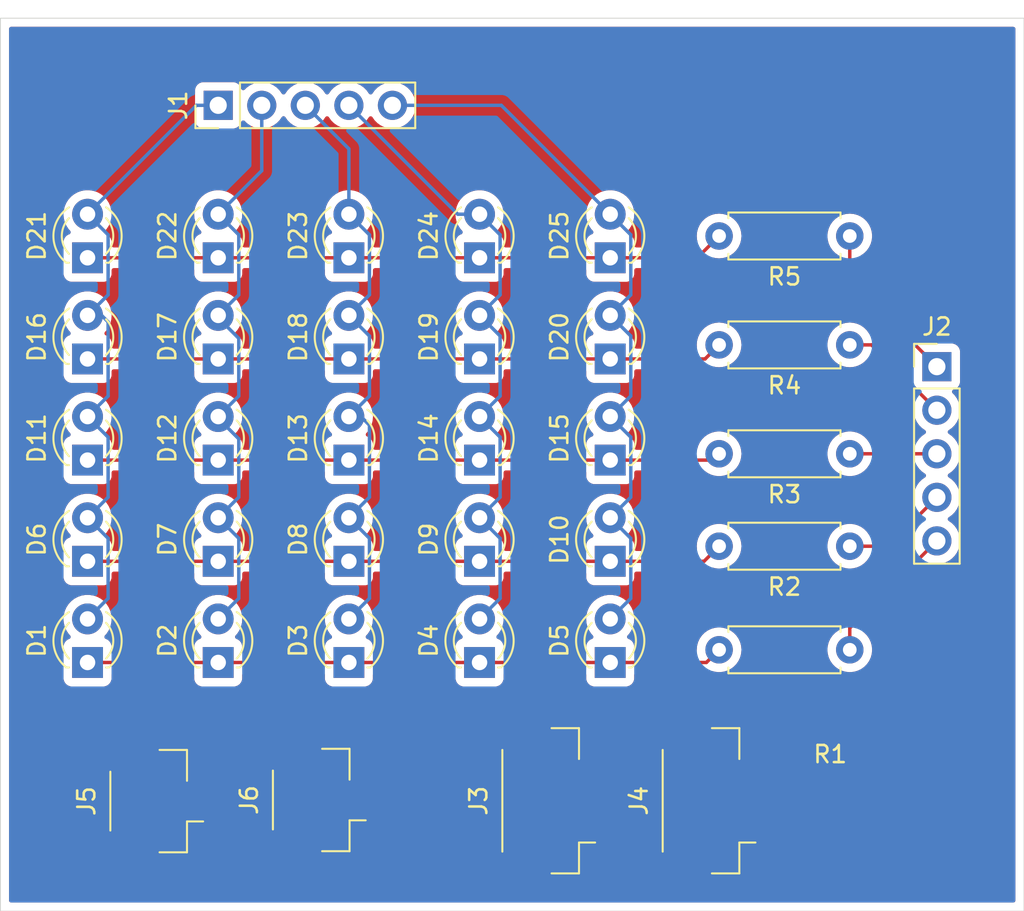
<source format=kicad_pcb>
(kicad_pcb (version 20240108) (generator "pcbnew") (generator_version "8.0")
  (layers (0 "F.Cu" signal) (31 "B.Cu" signal) (34 "B.Paste" user) (35 "F.Paste" user) (36 "B.SilkS" user "B.Silkscreen") (37 "F.SilkS" user "F.Silkscreen") (38 "B.Mask" user) (39 "F.Mask" user) (44 "Edge.Cuts" user))
  (net 0 "")
  (net 1 "Net-(D1-A)")
  (net 2 "Net-(D1-K)")
  (net 3 "Net-(D12-A)")
  (net 4 "Net-(D13-A)")
  (net 5 "Net-(D14-A)")
  (net 6 "Net-(D10-A)")
  (net 7 "Net-(D10-K)")
  (net 8 "Net-(D11-K)")
  (net 9 "Net-(D16-K)")
  (net 10 "Net-(D21-K)")
  (net 11 "Net-(J2-Pin_4)")
  (net 12 "Net-(J2-Pin_2)")
  (net 13 "Net-(J2-Pin_3)")
  (net 14 "Net-(J2-Pin_1)")
  (net 15 "Net-(J2-Pin_5)")
  (net 16 "/RX")
  (net 17 "+3V3")
  (net 18 "GND")
  (net 19 "/Tx")
  (net 20 "/CAN_L")
  (net 21 "/CAN_H")
  (footprint "LED_THT:LED_D3.0mm" (layer "F.Cu") (at 78.74 96.52 90)
    (property "Reference" "D22" (at 1.27 -2.96 90) (layer "F.SilkS"))
    (property "Value" "LED")
    (fp_line (start -0.29 -1.236) (end -0.29 -1.08) (stroke (width 0.12)) (layer "F.SilkS"))
    (fp_line (start -0.29 1.08) (end -0.29 1.236) (stroke (width 0.12)) (layer "F.SilkS"))
    (fp_arc (start -0.29 -1.235516) (mid 1.366487 -1.987659) (end 2.942335 -1.078608) (stroke (width 0.12)) (layer "F.SilkS"))
    (fp_arc (start 0.229039 -1.08) (mid 1.270117 -1.5) (end 2.31113 -1.079837) (stroke (width 0.12)) (layer "F.SilkS"))
    (fp_arc (start 2.942335 1.078608) (mid 1.366487 1.987659) (end -0.29 1.235516) (stroke (width 0.12)) (layer "F.SilkS"))
    (fp_arc (start 2.31113 1.079837) (mid 1.270117 1.5) (end 0.229039 1.08) (stroke (width 0.12)) (layer "F.SilkS"))
    (pad "1" thru_hole rect (at 0 0 90) (size 1.8 1.8) (drill 0.9) (layers "*.Cu" "*.Mask") (net 10 "Net-(D21-K)"))
    (pad "2" thru_hole circle (at 2.54 0 90) (size 1.8 1.8) (drill 0.9) (layers "*.Cu" "*.Mask") (net 3 "Net-(D12-A)"))
  )
  (footprint "Connector_JST:JST_GH_BM04B-GHS-TBT_1x04-1MP_P1.25mm_Vertical" (layer "F.Cu") (at 107.27 128.185 90)
    (property "Reference" "J4" (at 0 -4 90) (layer "F.SilkS"))
    (property "Value" "Conn_01x04")
    (fp_line (start -2.965 -2.61) (end 2.965 -2.61) (stroke (width 0.12)) (layer "F.SilkS"))
    (fp_line (start 4.235 0.26) (end 4.235 1.86) (stroke (width 0.12)) (layer "F.SilkS"))
    (fp_line (start -4.235 0.26) (end -4.235 1.86) (stroke (width 0.12)) (layer "F.SilkS"))
    (fp_line (start 4.235 1.86) (end 2.435 1.86) (stroke (width 0.12)) (layer "F.SilkS"))
    (fp_line (start -2.435 1.86) (end -2.435 2.8) (stroke (width 0.12)) (layer "F.SilkS"))
    (fp_line (start -4.235 1.86) (end -2.435 1.86) (stroke (width 0.12)) (layer "F.SilkS"))
    (pad "1" smd roundrect (at -1.875 1.95 90) (size 0.6 1.7) (layers "F.Cu" "F.Paste" "F.Mask") (net 17 "+3V3"))
    (pad "2" smd roundrect (at -0.625 1.95 90) (size 0.6 1.7) (layers "F.Cu" "F.Paste" "F.Mask") (net 16 "/RX"))
    (pad "3" smd roundrect (at 0.625 1.95 90) (size 0.6 1.7) (layers "F.Cu" "F.Paste" "F.Mask") (net 19 "/Tx"))
    (pad "4" smd roundrect (at 1.875 1.95 90) (size 0.6 1.7) (layers "F.Cu" "F.Paste" "F.Mask") (net 18 "GND"))
    (pad "MP" smd roundrect (at -3.725 -1.4 90) (size 1 2.8) (layers "F.Cu" "F.Paste" "F.Mask"))
    (pad "MP" smd roundrect (at 3.725 -1.4 90) (size 1 2.8) (layers "F.Cu" "F.Paste" "F.Mask"))
  )
  (footprint "LED_THT:LED_D3.0mm" (layer "F.Cu") (at 86.36 120.12 90)
    (property "Reference" "D3" (at 1.27 -2.96 90) (layer "F.SilkS"))
    (property "Value" "LED")
    (fp_line (start -0.29 -1.236) (end -0.29 -1.08) (stroke (width 0.12)) (layer "F.SilkS"))
    (fp_line (start -0.29 1.08) (end -0.29 1.236) (stroke (width 0.12)) (layer "F.SilkS"))
    (fp_arc (start -0.29 -1.235516) (mid 1.366487 -1.987659) (end 2.942335 -1.078608) (stroke (width 0.12)) (layer "F.SilkS"))
    (fp_arc (start 0.229039 -1.08) (mid 1.270117 -1.5) (end 2.31113 -1.079837) (stroke (width 0.12)) (layer "F.SilkS"))
    (fp_arc (start 2.942335 1.078608) (mid 1.366487 1.987659) (end -0.29 1.235516) (stroke (width 0.12)) (layer "F.SilkS"))
    (fp_arc (start 2.31113 1.079837) (mid 1.270117 1.5) (end 0.229039 1.08) (stroke (width 0.12)) (layer "F.SilkS"))
    (pad "1" thru_hole rect (at 0 0 90) (size 1.8 1.8) (drill 0.9) (layers "*.Cu" "*.Mask") (net 2 "Net-(D1-K)"))
    (pad "2" thru_hole circle (at 2.54 0 90) (size 1.8 1.8) (drill 0.9) (layers "*.Cu" "*.Mask") (net 4 "Net-(D13-A)"))
  )
  (footprint "LED_THT:LED_D3.0mm" (layer "F.Cu") (at 93.98 108.32 90)
    (property "Reference" "D14" (at 1.27 -2.96 90) (layer "F.SilkS"))
    (property "Value" "LED")
    (fp_line (start -0.29 -1.236) (end -0.29 -1.08) (stroke (width 0.12)) (layer "F.SilkS"))
    (fp_line (start -0.29 1.08) (end -0.29 1.236) (stroke (width 0.12)) (layer "F.SilkS"))
    (fp_arc (start -0.29 -1.235516) (mid 1.366487 -1.987659) (end 2.942335 -1.078608) (stroke (width 0.12)) (layer "F.SilkS"))
    (fp_arc (start 0.229039 -1.08) (mid 1.270117 -1.5) (end 2.31113 -1.079837) (stroke (width 0.12)) (layer "F.SilkS"))
    (fp_arc (start 2.942335 1.078608) (mid 1.366487 1.987659) (end -0.29 1.235516) (stroke (width 0.12)) (layer "F.SilkS"))
    (fp_arc (start 2.31113 1.079837) (mid 1.270117 1.5) (end 0.229039 1.08) (stroke (width 0.12)) (layer "F.SilkS"))
    (pad "1" thru_hole rect (at 0 0 90) (size 1.8 1.8) (drill 0.9) (layers "*.Cu" "*.Mask") (net 8 "Net-(D11-K)"))
    (pad "2" thru_hole circle (at 2.54 0 90) (size 1.8 1.8) (drill 0.9) (layers "*.Cu" "*.Mask") (net 5 "Net-(D14-A)"))
  )
  (footprint "LED_THT:LED_D3.0mm" (layer "F.Cu") (at 93.98 102.42 90)
    (property "Reference" "D19" (at 1.27 -2.96 90) (layer "F.SilkS"))
    (property "Value" "LED")
    (fp_line (start -0.29 -1.236) (end -0.29 -1.08) (stroke (width 0.12)) (layer "F.SilkS"))
    (fp_line (start -0.29 1.08) (end -0.29 1.236) (stroke (width 0.12)) (layer "F.SilkS"))
    (fp_arc (start -0.29 -1.235516) (mid 1.366487 -1.987659) (end 2.942335 -1.078608) (stroke (width 0.12)) (layer "F.SilkS"))
    (fp_arc (start 0.229039 -1.08) (mid 1.270117 -1.5) (end 2.31113 -1.079837) (stroke (width 0.12)) (layer "F.SilkS"))
    (fp_arc (start 2.942335 1.078608) (mid 1.366487 1.987659) (end -0.29 1.235516) (stroke (width 0.12)) (layer "F.SilkS"))
    (fp_arc (start 2.31113 1.079837) (mid 1.270117 1.5) (end 0.229039 1.08) (stroke (width 0.12)) (layer "F.SilkS"))
    (pad "1" thru_hole rect (at 0 0 90) (size 1.8 1.8) (drill 0.9) (layers "*.Cu" "*.Mask") (net 9 "Net-(D16-K)"))
    (pad "2" thru_hole circle (at 2.54 0 90) (size 1.8 1.8) (drill 0.9) (layers "*.Cu" "*.Mask") (net 5 "Net-(D14-A)"))
  )
  (footprint "LED_THT:LED_D3.0mm" (layer "F.Cu") (at 71.12 114.22 90)
    (property "Reference" "D6" (at 1.27 -2.96 90) (layer "F.SilkS"))
    (property "Value" "LED")
    (fp_line (start -0.29 -1.236) (end -0.29 -1.08) (stroke (width 0.12)) (layer "F.SilkS"))
    (fp_line (start -0.29 1.08) (end -0.29 1.236) (stroke (width 0.12)) (layer "F.SilkS"))
    (fp_arc (start -0.29 -1.235516) (mid 1.366487 -1.987659) (end 2.942335 -1.078608) (stroke (width 0.12)) (layer "F.SilkS"))
    (fp_arc (start 0.229039 -1.08) (mid 1.270117 -1.5) (end 2.31113 -1.079837) (stroke (width 0.12)) (layer "F.SilkS"))
    (fp_arc (start 2.942335 1.078608) (mid 1.366487 1.987659) (end -0.29 1.235516) (stroke (width 0.12)) (layer "F.SilkS"))
    (fp_arc (start 2.31113 1.079837) (mid 1.270117 1.5) (end 0.229039 1.08) (stroke (width 0.12)) (layer "F.SilkS"))
    (pad "1" thru_hole rect (at 0 0 90) (size 1.8 1.8) (drill 0.9) (layers "*.Cu" "*.Mask") (net 7 "Net-(D10-K)"))
    (pad "2" thru_hole circle (at 2.54 0 90) (size 1.8 1.8) (drill 0.9) (layers "*.Cu" "*.Mask") (net 1 "Net-(D1-A)"))
  )
  (footprint "Resistor_THT:R_Axial_DIN0207_L6.3mm_D2.5mm_P7.62mm_Horizontal" (layer "F.Cu") (at 115.57 95.25 180)
    (property "Reference" "R5" (at 3.81 -2.37 360) (layer "F.SilkS"))
    (property "Value" "R_US")
    (fp_line (start 7.08 1.37) (end 7.08 1.04) (stroke (width 0.12)) (layer "F.SilkS"))
    (fp_line (start 7.08 -1.37) (end 7.08 -1.04) (stroke (width 0.12)) (layer "F.SilkS"))
    (fp_line (start 0.54 1.37) (end 7.08 1.37) (stroke (width 0.12)) (layer "F.SilkS"))
    (fp_line (start 0.54 1.04) (end 0.54 1.37) (stroke (width 0.12)) (layer "F.SilkS"))
    (fp_line (start 0.54 -1.04) (end 0.54 -1.37) (stroke (width 0.12)) (layer "F.SilkS"))
    (fp_line (start 0.54 -1.37) (end 7.08 -1.37) (stroke (width 0.12)) (layer "F.SilkS"))
    (pad "1" thru_hole circle (at 0 0 180) (size 1.6 1.6) (drill 0.8) (layers "*.Cu" "*.Mask") (net 14 "Net-(J2-Pin_1)"))
    (pad "2" thru_hole oval (at 7.62 0 180) (size 1.6 1.6) (drill 0.8) (layers "*.Cu" "*.Mask") (net 10 "Net-(D21-K)"))
  )
  (footprint "LED_THT:LED_D3.0mm" (layer "F.Cu") (at 86.36 102.42 90)
    (property "Reference" "D18" (at 1.27 -2.96 90) (layer "F.SilkS"))
    (property "Value" "LED")
    (fp_line (start -0.29 -1.236) (end -0.29 -1.08) (stroke (width 0.12)) (layer "F.SilkS"))
    (fp_line (start -0.29 1.08) (end -0.29 1.236) (stroke (width 0.12)) (layer "F.SilkS"))
    (fp_arc (start -0.29 -1.235516) (mid 1.366487 -1.987659) (end 2.942335 -1.078608) (stroke (width 0.12)) (layer "F.SilkS"))
    (fp_arc (start 0.229039 -1.08) (mid 1.270117 -1.5) (end 2.31113 -1.079837) (stroke (width 0.12)) (layer "F.SilkS"))
    (fp_arc (start 2.942335 1.078608) (mid 1.366487 1.987659) (end -0.29 1.235516) (stroke (width 0.12)) (layer "F.SilkS"))
    (fp_arc (start 2.31113 1.079837) (mid 1.270117 1.5) (end 0.229039 1.08) (stroke (width 0.12)) (layer "F.SilkS"))
    (pad "1" thru_hole rect (at 0 0 90) (size 1.8 1.8) (drill 0.9) (layers "*.Cu" "*.Mask") (net 9 "Net-(D16-K)"))
    (pad "2" thru_hole circle (at 2.54 0 90) (size 1.8 1.8) (drill 0.9) (layers "*.Cu" "*.Mask") (net 4 "Net-(D13-A)"))
  )
  (footprint "LED_THT:LED_D3.0mm" (layer "F.Cu") (at 71.12 120.12 90)
    (property "Reference" "D1" (at 1.27 -2.96 90) (layer "F.SilkS"))
    (property "Value" "LED")
    (fp_line (start -0.29 -1.236) (end -0.29 -1.08) (stroke (width 0.12)) (layer "F.SilkS"))
    (fp_line (start -0.29 1.08) (end -0.29 1.236) (stroke (width 0.12)) (layer "F.SilkS"))
    (fp_arc (start -0.29 -1.235516) (mid 1.366487 -1.987659) (end 2.942335 -1.078608) (stroke (width 0.12)) (layer "F.SilkS"))
    (fp_arc (start 0.229039 -1.08) (mid 1.270117 -1.5) (end 2.31113 -1.079837) (stroke (width 0.12)) (layer "F.SilkS"))
    (fp_arc (start 2.942335 1.078608) (mid 1.366487 1.987659) (end -0.29 1.235516) (stroke (width 0.12)) (layer "F.SilkS"))
    (fp_arc (start 2.31113 1.079837) (mid 1.270117 1.5) (end 0.229039 1.08) (stroke (width 0.12)) (layer "F.SilkS"))
    (pad "1" thru_hole rect (at 0 0 90) (size 1.8 1.8) (drill 0.9) (layers "*.Cu" "*.Mask") (net 2 "Net-(D1-K)"))
    (pad "2" thru_hole circle (at 2.54 0 90) (size 1.8 1.8) (drill 0.9) (layers "*.Cu" "*.Mask") (net 1 "Net-(D1-A)"))
  )
  (footprint "Connector_JST:JST_GH_BM02B-GHS-TBT_1x02-1MP_P1.25mm_Vertical" (layer "F.Cu") (at 75.06 128.205 90)
    (property "Reference" "J5" (at 0 -4 90) (layer "F.SilkS"))
    (property "Value" "Conn_01x02")
    (fp_line (start -1.715 -2.61) (end 1.715 -2.61) (stroke (width 0.12)) (layer "F.SilkS"))
    (fp_line (start 2.985 0.26) (end 2.985 1.86) (stroke (width 0.12)) (layer "F.SilkS"))
    (fp_line (start -2.985 0.26) (end -2.985 1.86) (stroke (width 0.12)) (layer "F.SilkS"))
    (fp_line (start 2.985 1.86) (end 1.185 1.86) (stroke (width 0.12)) (layer "F.SilkS"))
    (fp_line (start -1.185 1.86) (end -1.185 2.8) (stroke (width 0.12)) (layer "F.SilkS"))
    (fp_line (start -2.985 1.86) (end -1.185 1.86) (stroke (width 0.12)) (layer "F.SilkS"))
    (pad "1" smd roundrect (at -0.625 1.95 90) (size 0.6 1.7) (layers "F.Cu" "F.Paste" "F.Mask") (net 21 "/CAN_H"))
    (pad "2" smd roundrect (at 0.625 1.95 90) (size 0.6 1.7) (layers "F.Cu" "F.Paste" "F.Mask") (net 20 "/CAN_L"))
    (pad "MP" smd roundrect (at -2.475 -1.4 90) (size 1 2.8) (layers "F.Cu" "F.Paste" "F.Mask"))
    (pad "MP" smd roundrect (at 2.475 -1.4 90) (size 1 2.8) (layers "F.Cu" "F.Paste" "F.Mask"))
  )
  (footprint "Connector_JST:JST_GH_BM02B-GHS-TBT_1x02-1MP_P1.25mm_Vertical" (layer "F.Cu") (at 84.54 128.14 90)
    (property "Reference" "J6" (at 0 -4 90) (layer "F.SilkS"))
    (property "Value" "Conn_01x02")
    (fp_line (start -1.715 -2.61) (end 1.715 -2.61) (stroke (width 0.12)) (layer "F.SilkS"))
    (fp_line (start 2.985 0.26) (end 2.985 1.86) (stroke (width 0.12)) (layer "F.SilkS"))
    (fp_line (start -2.985 0.26) (end -2.985 1.86) (stroke (width 0.12)) (layer "F.SilkS"))
    (fp_line (start 2.985 1.86) (end 1.185 1.86) (stroke (width 0.12)) (layer "F.SilkS"))
    (fp_line (start -1.185 1.86) (end -1.185 2.8) (stroke (width 0.12)) (layer "F.SilkS"))
    (fp_line (start -2.985 1.86) (end -1.185 1.86) (stroke (width 0.12)) (layer "F.SilkS"))
    (pad "1" smd roundrect (at -0.625 1.95 90) (size 0.6 1.7) (layers "F.Cu" "F.Paste" "F.Mask") (net 21 "/CAN_H"))
    (pad "2" smd roundrect (at 0.625 1.95 90) (size 0.6 1.7) (layers "F.Cu" "F.Paste" "F.Mask") (net 20 "/CAN_L"))
    (pad "MP" smd roundrect (at -2.475 -1.4 90) (size 1 2.8) (layers "F.Cu" "F.Paste" "F.Mask"))
    (pad "MP" smd roundrect (at 2.475 -1.4 90) (size 1 2.8) (layers "F.Cu" "F.Paste" "F.Mask"))
  )
  (footprint "LED_THT:LED_D3.0mm" (layer "F.Cu") (at 71.12 96.52 90)
    (property "Reference" "D21" (at 1.27 -2.96 90) (layer "F.SilkS"))
    (property "Value" "LED")
    (fp_line (start -0.29 -1.236) (end -0.29 -1.08) (stroke (width 0.12)) (layer "F.SilkS"))
    (fp_line (start -0.29 1.08) (end -0.29 1.236) (stroke (width 0.12)) (layer "F.SilkS"))
    (fp_arc (start -0.29 -1.235516) (mid 1.366487 -1.987659) (end 2.942335 -1.078608) (stroke (width 0.12)) (layer "F.SilkS"))
    (fp_arc (start 0.229039 -1.08) (mid 1.270117 -1.5) (end 2.31113 -1.079837) (stroke (width 0.12)) (layer "F.SilkS"))
    (fp_arc (start 2.942335 1.078608) (mid 1.366487 1.987659) (end -0.29 1.235516) (stroke (width 0.12)) (layer "F.SilkS"))
    (fp_arc (start 2.31113 1.079837) (mid 1.270117 1.5) (end 0.229039 1.08) (stroke (width 0.12)) (layer "F.SilkS"))
    (pad "1" thru_hole rect (at 0 0 90) (size 1.8 1.8) (drill 0.9) (layers "*.Cu" "*.Mask") (net 10 "Net-(D21-K)"))
    (pad "2" thru_hole circle (at 2.54 0 90) (size 1.8 1.8) (drill 0.9) (layers "*.Cu" "*.Mask") (net 1 "Net-(D1-A)"))
  )
  (footprint "LED_THT:LED_D3.0mm" (layer "F.Cu") (at 101.6 102.42 90)
    (property "Reference" "D20" (at 1.27 -2.96 90) (layer "F.SilkS"))
    (property "Value" "LED")
    (fp_line (start -0.29 -1.236) (end -0.29 -1.08) (stroke (width 0.12)) (layer "F.SilkS"))
    (fp_line (start -0.29 1.08) (end -0.29 1.236) (stroke (width 0.12)) (layer "F.SilkS"))
    (fp_arc (start -0.29 -1.235516) (mid 1.366487 -1.987659) (end 2.942335 -1.078608) (stroke (width 0.12)) (layer "F.SilkS"))
    (fp_arc (start 0.229039 -1.08) (mid 1.270117 -1.5) (end 2.31113 -1.079837) (stroke (width 0.12)) (layer "F.SilkS"))
    (fp_arc (start 2.942335 1.078608) (mid 1.366487 1.987659) (end -0.29 1.235516) (stroke (width 0.12)) (layer "F.SilkS"))
    (fp_arc (start 2.31113 1.079837) (mid 1.270117 1.5) (end 0.229039 1.08) (stroke (width 0.12)) (layer "F.SilkS"))
    (pad "1" thru_hole rect (at 0 0 90) (size 1.8 1.8) (drill 0.9) (layers "*.Cu" "*.Mask") (net 9 "Net-(D16-K)"))
    (pad "2" thru_hole circle (at 2.54 0 90) (size 1.8 1.8) (drill 0.9) (layers "*.Cu" "*.Mask") (net 6 "Net-(D10-A)"))
  )
  (footprint "LED_THT:LED_D3.0mm" (layer "F.Cu") (at 101.6 120.12 90)
    (property "Reference" "D5" (at 1.27 -2.96 90) (layer "F.SilkS"))
    (property "Value" "LED")
    (fp_line (start -0.29 -1.236) (end -0.29 -1.08) (stroke (width 0.12)) (layer "F.SilkS"))
    (fp_line (start -0.29 1.08) (end -0.29 1.236) (stroke (width 0.12)) (layer "F.SilkS"))
    (fp_arc (start -0.29 -1.235516) (mid 1.366487 -1.987659) (end 2.942335 -1.078608) (stroke (width 0.12)) (layer "F.SilkS"))
    (fp_arc (start 0.229039 -1.08) (mid 1.270117 -1.5) (end 2.31113 -1.079837) (stroke (width 0.12)) (layer "F.SilkS"))
    (fp_arc (start 2.942335 1.078608) (mid 1.366487 1.987659) (end -0.29 1.235516) (stroke (width 0.12)) (layer "F.SilkS"))
    (fp_arc (start 2.31113 1.079837) (mid 1.270117 1.5) (end 0.229039 1.08) (stroke (width 0.12)) (layer "F.SilkS"))
    (pad "1" thru_hole rect (at 0 0 90) (size 1.8 1.8) (drill 0.9) (layers "*.Cu" "*.Mask") (net 2 "Net-(D1-K)"))
    (pad "2" thru_hole circle (at 2.54 0 90) (size 1.8 1.8) (drill 0.9) (layers "*.Cu" "*.Mask") (net 6 "Net-(D10-A)"))
  )
  (footprint "LED_THT:LED_D3.0mm" (layer "F.Cu") (at 93.98 96.52 90)
    (property "Reference" "D24" (at 1.27 -2.96 90) (layer "F.SilkS"))
    (property "Value" "LED")
    (fp_line (start -0.29 -1.236) (end -0.29 -1.08) (stroke (width 0.12)) (layer "F.SilkS"))
    (fp_line (start -0.29 1.08) (end -0.29 1.236) (stroke (width 0.12)) (layer "F.SilkS"))
    (fp_arc (start -0.29 -1.235516) (mid 1.366487 -1.987659) (end 2.942335 -1.078608) (stroke (width 0.12)) (layer "F.SilkS"))
    (fp_arc (start 0.229039 -1.08) (mid 1.270117 -1.5) (end 2.31113 -1.079837) (stroke (width 0.12)) (layer "F.SilkS"))
    (fp_arc (start 2.942335 1.078608) (mid 1.366487 1.987659) (end -0.29 1.235516) (stroke (width 0.12)) (layer "F.SilkS"))
    (fp_arc (start 2.31113 1.079837) (mid 1.270117 1.5) (end 0.229039 1.08) (stroke (width 0.12)) (layer "F.SilkS"))
    (pad "1" thru_hole rect (at 0 0 90) (size 1.8 1.8) (drill 0.9) (layers "*.Cu" "*.Mask") (net 10 "Net-(D21-K)"))
    (pad "2" thru_hole circle (at 2.54 0 90) (size 1.8 1.8) (drill 0.9) (layers "*.Cu" "*.Mask") (net 5 "Net-(D14-A)"))
  )
  (footprint "Connector_PinHeader_2.54mm:PinHeader_1x05_P2.54mm_Vertical" (layer "F.Cu") (at 120.65 102.87)
    (property "Reference" "J2" (at 0 -2.33 360) (layer "F.SilkS"))
    (property "Value" "Conn_01x05")
    (fp_line (start -1.33 -1.33) (end 0 -1.33) (stroke (width 0.12)) (layer "F.SilkS"))
    (fp_line (start -1.33 0) (end -1.33 -1.33) (stroke (width 0.12)) (layer "F.SilkS"))
    (fp_line (start -1.33 1.27) (end -1.33 11.49) (stroke (width 0.12)) (layer "F.SilkS"))
    (fp_line (start -1.33 1.27) (end 1.33 1.27) (stroke (width 0.12)) (layer "F.SilkS"))
    (fp_line (start -1.33 11.49) (end 1.33 11.49) (stroke (width 0.12)) (layer "F.SilkS"))
    (fp_line (start 1.33 1.27) (end 1.33 11.49) (stroke (width 0.12)) (layer "F.SilkS"))
    (pad "1" thru_hole rect (at 0 0) (size 1.7 1.7) (drill 1) (layers "*.Cu" "*.Mask") (net 14 "Net-(J2-Pin_1)"))
    (pad "2" thru_hole oval (at 0 2.54) (size 1.7 1.7) (drill 1) (layers "*.Cu" "*.Mask") (net 12 "Net-(J2-Pin_2)"))
    (pad "3" thru_hole oval (at 0 5.08) (size 1.7 1.7) (drill 1) (layers "*.Cu" "*.Mask") (net 13 "Net-(J2-Pin_3)"))
    (pad "4" thru_hole oval (at 0 7.62) (size 1.7 1.7) (drill 1) (layers "*.Cu" "*.Mask") (net 11 "Net-(J2-Pin_4)"))
    (pad "5" thru_hole oval (at 0 10.16) (size 1.7 1.7) (drill 1) (layers "*.Cu" "*.Mask") (net 15 "Net-(J2-Pin_5)"))
  )
  (footprint "LED_THT:LED_D3.0mm" (layer "F.Cu") (at 86.36 114.22 90)
    (property "Reference" "D8" (at 1.27 -2.96 90) (layer "F.SilkS"))
    (property "Value" "LED")
    (fp_line (start -0.29 -1.236) (end -0.29 -1.08) (stroke (width 0.12)) (layer "F.SilkS"))
    (fp_line (start -0.29 1.08) (end -0.29 1.236) (stroke (width 0.12)) (layer "F.SilkS"))
    (fp_arc (start -0.29 -1.235516) (mid 1.366487 -1.987659) (end 2.942335 -1.078608) (stroke (width 0.12)) (layer "F.SilkS"))
    (fp_arc (start 0.229039 -1.08) (mid 1.270117 -1.5) (end 2.31113 -1.079837) (stroke (width 0.12)) (layer "F.SilkS"))
    (fp_arc (start 2.942335 1.078608) (mid 1.366487 1.987659) (end -0.29 1.235516) (stroke (width 0.12)) (layer "F.SilkS"))
    (fp_arc (start 2.31113 1.079837) (mid 1.270117 1.5) (end 0.229039 1.08) (stroke (width 0.12)) (layer "F.SilkS"))
    (pad "1" thru_hole rect (at 0 0 90) (size 1.8 1.8) (drill 0.9) (layers "*.Cu" "*.Mask") (net 7 "Net-(D10-K)"))
    (pad "2" thru_hole circle (at 2.54 0 90) (size 1.8 1.8) (drill 0.9) (layers "*.Cu" "*.Mask") (net 4 "Net-(D13-A)"))
  )
  (footprint "Resistor_THT:R_Axial_DIN0207_L6.3mm_D2.5mm_P7.62mm_Horizontal" (layer "F.Cu") (at 115.57 107.95 180)
    (property "Reference" "R3" (at 3.81 -2.37 360) (layer "F.SilkS"))
    (property "Value" "R_US")
    (fp_line (start 7.08 1.37) (end 7.08 1.04) (stroke (width 0.12)) (layer "F.SilkS"))
    (fp_line (start 7.08 -1.37) (end 7.08 -1.04) (stroke (width 0.12)) (layer "F.SilkS"))
    (fp_line (start 0.54 1.37) (end 7.08 1.37) (stroke (width 0.12)) (layer "F.SilkS"))
    (fp_line (start 0.54 1.04) (end 0.54 1.37) (stroke (width 0.12)) (layer "F.SilkS"))
    (fp_line (start 0.54 -1.04) (end 0.54 -1.37) (stroke (width 0.12)) (layer "F.SilkS"))
    (fp_line (start 0.54 -1.37) (end 7.08 -1.37) (stroke (width 0.12)) (layer "F.SilkS"))
    (pad "1" thru_hole circle (at 0 0 180) (size 1.6 1.6) (drill 0.8) (layers "*.Cu" "*.Mask") (net 13 "Net-(J2-Pin_3)"))
    (pad "2" thru_hole oval (at 7.62 0 180) (size 1.6 1.6) (drill 0.8) (layers "*.Cu" "*.Mask") (net 8 "Net-(D11-K)"))
  )
  (footprint "LED_THT:LED_D3.0mm" (layer "F.Cu") (at 78.74 114.22 90)
    (property "Reference" "D7" (at 1.27 -2.96 90) (layer "F.SilkS"))
    (property "Value" "LED")
    (fp_line (start -0.29 -1.236) (end -0.29 -1.08) (stroke (width 0.12)) (layer "F.SilkS"))
    (fp_line (start -0.29 1.08) (end -0.29 1.236) (stroke (width 0.12)) (layer "F.SilkS"))
    (fp_arc (start -0.29 -1.235516) (mid 1.366487 -1.987659) (end 2.942335 -1.078608) (stroke (width 0.12)) (layer "F.SilkS"))
    (fp_arc (start 0.229039 -1.08) (mid 1.270117 -1.5) (end 2.31113 -1.079837) (stroke (width 0.12)) (layer "F.SilkS"))
    (fp_arc (start 2.942335 1.078608) (mid 1.366487 1.987659) (end -0.29 1.235516) (stroke (width 0.12)) (layer "F.SilkS"))
    (fp_arc (start 2.31113 1.079837) (mid 1.270117 1.5) (end 0.229039 1.08) (stroke (width 0.12)) (layer "F.SilkS"))
    (pad "1" thru_hole rect (at 0 0 90) (size 1.8 1.8) (drill 0.9) (layers "*.Cu" "*.Mask") (net 7 "Net-(D10-K)"))
    (pad "2" thru_hole circle (at 2.54 0 90) (size 1.8 1.8) (drill 0.9) (layers "*.Cu" "*.Mask") (net 3 "Net-(D12-A)"))
  )
  (footprint "LED_THT:LED_D3.0mm" (layer "F.Cu") (at 86.36 96.52 90)
    (property "Reference" "D23" (at 1.27 -2.96 90) (layer "F.SilkS"))
    (property "Value" "LED")
    (fp_line (start -0.29 -1.236) (end -0.29 -1.08) (stroke (width 0.12)) (layer "F.SilkS"))
    (fp_line (start -0.29 1.08) (end -0.29 1.236) (stroke (width 0.12)) (layer "F.SilkS"))
    (fp_arc (start -0.29 -1.235516) (mid 1.366487 -1.987659) (end 2.942335 -1.078608) (stroke (width 0.12)) (layer "F.SilkS"))
    (fp_arc (start 0.229039 -1.08) (mid 1.270117 -1.5) (end 2.31113 -1.079837) (stroke (width 0.12)) (layer "F.SilkS"))
    (fp_arc (start 2.942335 1.078608) (mid 1.366487 1.987659) (end -0.29 1.235516) (stroke (width 0.12)) (layer "F.SilkS"))
    (fp_arc (start 2.31113 1.079837) (mid 1.270117 1.5) (end 0.229039 1.08) (stroke (width 0.12)) (layer "F.SilkS"))
    (pad "1" thru_hole rect (at 0 0 90) (size 1.8 1.8) (drill 0.9) (layers "*.Cu" "*.Mask") (net 10 "Net-(D21-K)"))
    (pad "2" thru_hole circle (at 2.54 0 90) (size 1.8 1.8) (drill 0.9) (layers "*.Cu" "*.Mask") (net 4 "Net-(D13-A)"))
  )
  (footprint "LED_THT:LED_D3.0mm" (layer "F.Cu") (at 78.74 120.12 90)
    (property "Reference" "D2" (at 1.27 -2.96 90) (layer "F.SilkS"))
    (property "Value" "LED")
    (fp_line (start -0.29 -1.236) (end -0.29 -1.08) (stroke (width 0.12)) (layer "F.SilkS"))
    (fp_line (start -0.29 1.08) (end -0.29 1.236) (stroke (width 0.12)) (layer "F.SilkS"))
    (fp_arc (start -0.29 -1.235516) (mid 1.366487 -1.987659) (end 2.942335 -1.078608) (stroke (width 0.12)) (layer "F.SilkS"))
    (fp_arc (start 0.229039 -1.08) (mid 1.270117 -1.5) (end 2.31113 -1.079837) (stroke (width 0.12)) (layer "F.SilkS"))
    (fp_arc (start 2.942335 1.078608) (mid 1.366487 1.987659) (end -0.29 1.235516) (stroke (width 0.12)) (layer "F.SilkS"))
    (fp_arc (start 2.31113 1.079837) (mid 1.270117 1.5) (end 0.229039 1.08) (stroke (width 0.12)) (layer "F.SilkS"))
    (pad "1" thru_hole rect (at 0 0 90) (size 1.8 1.8) (drill 0.9) (layers "*.Cu" "*.Mask") (net 2 "Net-(D1-K)"))
    (pad "2" thru_hole circle (at 2.54 0 90) (size 1.8 1.8) (drill 0.9) (layers "*.Cu" "*.Mask") (net 3 "Net-(D12-A)"))
  )
  (footprint "Resistor_THT:R_Axial_DIN0207_L6.3mm_D2.5mm_P7.62mm_Horizontal" (layer "F.Cu") (at 115.57 119.38 180)
    (property "Reference" "R1" (at 1.14 -6.095 360) (layer "F.SilkS"))
    (property "Value" "R_US")
    (fp_line (start 7.08 1.37) (end 7.08 1.04) (stroke (width 0.12)) (layer "F.SilkS"))
    (fp_line (start 7.08 -1.37) (end 7.08 -1.04) (stroke (width 0.12)) (layer "F.SilkS"))
    (fp_line (start 0.54 1.37) (end 7.08 1.37) (stroke (width 0.12)) (layer "F.SilkS"))
    (fp_line (start 0.54 1.04) (end 0.54 1.37) (stroke (width 0.12)) (layer "F.SilkS"))
    (fp_line (start 0.54 -1.04) (end 0.54 -1.37) (stroke (width 0.12)) (layer "F.SilkS"))
    (fp_line (start 0.54 -1.37) (end 7.08 -1.37) (stroke (width 0.12)) (layer "F.SilkS"))
    (pad "1" thru_hole circle (at 0 0 180) (size 1.6 1.6) (drill 0.8) (layers "*.Cu" "*.Mask") (net 15 "Net-(J2-Pin_5)"))
    (pad "2" thru_hole oval (at 7.62 0 180) (size 1.6 1.6) (drill 0.8) (layers "*.Cu" "*.Mask") (net 2 "Net-(D1-K)"))
  )
  (footprint "Connector_PinHeader_2.54mm:PinHeader_1x05_P2.54mm_Vertical" (layer "F.Cu") (at 78.74 87.63 90)
    (property "Reference" "J1" (at 0 -2.33 90) (layer "F.SilkS"))
    (property "Value" "Conn_01x05")
    (fp_line (start -1.33 -1.33) (end 0 -1.33) (stroke (width 0.12)) (layer "F.SilkS"))
    (fp_line (start -1.33 0) (end -1.33 -1.33) (stroke (width 0.12)) (layer "F.SilkS"))
    (fp_line (start 1.33 1.27) (end 1.33 11.49) (stroke (width 0.12)) (layer "F.SilkS"))
    (fp_line (start -1.33 1.27) (end 1.33 1.27) (stroke (width 0.12)) (layer "F.SilkS"))
    (fp_line (start -1.33 1.27) (end -1.33 11.49) (stroke (width 0.12)) (layer "F.SilkS"))
    (fp_line (start -1.33 11.49) (end 1.33 11.49) (stroke (width 0.12)) (layer "F.SilkS"))
    (pad "1" thru_hole rect (at 0 0 90) (size 1.7 1.7) (drill 1) (layers "*.Cu" "*.Mask") (net 1 "Net-(D1-A)"))
    (pad "2" thru_hole oval (at 0 2.54 90) (size 1.7 1.7) (drill 1) (layers "*.Cu" "*.Mask") (net 3 "Net-(D12-A)"))
    (pad "3" thru_hole oval (at 0 5.08 90) (size 1.7 1.7) (drill 1) (layers "*.Cu" "*.Mask") (net 4 "Net-(D13-A)"))
    (pad "4" thru_hole oval (at 0 7.62 90) (size 1.7 1.7) (drill 1) (layers "*.Cu" "*.Mask") (net 5 "Net-(D14-A)"))
    (pad "5" thru_hole oval (at 0 10.16 90) (size 1.7 1.7) (drill 1) (layers "*.Cu" "*.Mask") (net 6 "Net-(D10-A)"))
  )
  (footprint "LED_THT:LED_D3.0mm" (layer "F.Cu") (at 93.98 114.22 90)
    (property "Reference" "D9" (at 1.27 -2.96 90) (layer "F.SilkS"))
    (property "Value" "LED")
    (fp_line (start -0.29 -1.236) (end -0.29 -1.08) (stroke (width 0.12)) (layer "F.SilkS"))
    (fp_line (start -0.29 1.08) (end -0.29 1.236) (stroke (width 0.12)) (layer "F.SilkS"))
    (fp_arc (start -0.29 -1.235516) (mid 1.366487 -1.987659) (end 2.942335 -1.078608) (stroke (width 0.12)) (layer "F.SilkS"))
    (fp_arc (start 0.229039 -1.08) (mid 1.270117 -1.5) (end 2.31113 -1.079837) (stroke (width 0.12)) (layer "F.SilkS"))
    (fp_arc (start 2.942335 1.078608) (mid 1.366487 1.987659) (end -0.29 1.235516) (stroke (width 0.12)) (layer "F.SilkS"))
    (fp_arc (start 2.31113 1.079837) (mid 1.270117 1.5) (end 0.229039 1.08) (stroke (width 0.12)) (layer "F.SilkS"))
    (pad "1" thru_hole rect (at 0 0 90) (size 1.8 1.8) (drill 0.9) (layers "*.Cu" "*.Mask") (net 7 "Net-(D10-K)"))
    (pad "2" thru_hole circle (at 2.54 0 90) (size 1.8 1.8) (drill 0.9) (layers "*.Cu" "*.Mask") (net 5 "Net-(D14-A)"))
  )
  (footprint "Resistor_THT:R_Axial_DIN0207_L6.3mm_D2.5mm_P7.62mm_Horizontal" (layer "F.Cu") (at 115.57 113.34 180)
    (property "Reference" "R2" (at 3.81 -2.37 360) (layer "F.SilkS"))
    (property "Value" "R_US")
    (fp_line (start 7.08 1.37) (end 7.08 1.04) (stroke (width 0.12)) (layer "F.SilkS"))
    (fp_line (start 7.08 -1.37) (end 7.08 -1.04) (stroke (width 0.12)) (layer "F.SilkS"))
    (fp_line (start 0.54 1.37) (end 7.08 1.37) (stroke (width 0.12)) (layer "F.SilkS"))
    (fp_line (start 0.54 1.04) (end 0.54 1.37) (stroke (width 0.12)) (layer "F.SilkS"))
    (fp_line (start 0.54 -1.04) (end 0.54 -1.37) (stroke (width 0.12)) (layer "F.SilkS"))
    (fp_line (start 0.54 -1.37) (end 7.08 -1.37) (stroke (width 0.12)) (layer "F.SilkS"))
    (pad "1" thru_hole circle (at 0 0 180) (size 1.6 1.6) (drill 0.8) (layers "*.Cu" "*.Mask") (net 11 "Net-(J2-Pin_4)"))
    (pad "2" thru_hole oval (at 7.62 0 180) (size 1.6 1.6) (drill 0.8) (layers "*.Cu" "*.Mask") (net 7 "Net-(D10-K)"))
  )
  (footprint "LED_THT:LED_D3.0mm" (layer "F.Cu") (at 101.6 96.52 90)
    (property "Reference" "D25" (at 1.27 -2.96 90) (layer "F.SilkS"))
    (property "Value" "LED")
    (fp_line (start -0.29 -1.236) (end -0.29 -1.08) (stroke (width 0.12)) (layer "F.SilkS"))
    (fp_line (start -0.29 1.08) (end -0.29 1.236) (stroke (width 0.12)) (layer "F.SilkS"))
    (fp_arc (start -0.29 -1.235516) (mid 1.366487 -1.987659) (end 2.942335 -1.078608) (stroke (width 0.12)) (layer "F.SilkS"))
    (fp_arc (start 0.229039 -1.08) (mid 1.270117 -1.5) (end 2.31113 -1.079837) (stroke (width 0.12)) (layer "F.SilkS"))
    (fp_arc (start 2.942335 1.078608) (mid 1.366487 1.987659) (end -0.29 1.235516) (stroke (width 0.12)) (layer "F.SilkS"))
    (fp_arc (start 2.31113 1.079837) (mid 1.270117 1.5) (end 0.229039 1.08) (stroke (width 0.12)) (layer "F.SilkS"))
    (pad "1" thru_hole rect (at 0 0 90) (size 1.8 1.8) (drill 0.9) (layers "*.Cu" "*.Mask") (net 10 "Net-(D21-K)"))
    (pad "2" thru_hole circle (at 2.54 0 90) (size 1.8 1.8) (drill 0.9) (layers "*.Cu" "*.Mask") (net 6 "Net-(D10-A)"))
  )
  (footprint "LED_THT:LED_D3.0mm" (layer "F.Cu") (at 86.36 108.32 90)
    (property "Reference" "D13" (at 1.27 -2.96 90) (layer "F.SilkS"))
    (property "Value" "LED")
    (fp_line (start -0.29 -1.236) (end -0.29 -1.08) (stroke (width 0.12)) (layer "F.SilkS"))
    (fp_line (start -0.29 1.08) (end -0.29 1.236) (stroke (width 0.12)) (layer "F.SilkS"))
    (fp_arc (start -0.29 -1.235516) (mid 1.366487 -1.987659) (end 2.942335 -1.078608) (stroke (width 0.12)) (layer "F.SilkS"))
    (fp_arc (start 0.229039 -1.08) (mid 1.270117 -1.5) (end 2.31113 -1.079837) (stroke (width 0.12)) (layer "F.SilkS"))
    (fp_arc (start 2.942335 1.078608) (mid 1.366487 1.987659) (end -0.29 1.235516) (stroke (width 0.12)) (layer "F.SilkS"))
    (fp_arc (start 2.31113 1.079837) (mid 1.270117 1.5) (end 0.229039 1.08) (stroke (width 0.12)) (layer "F.SilkS"))
    (pad "1" thru_hole rect (at 0 0 90) (size 1.8 1.8) (drill 0.9) (layers "*.Cu" "*.Mask") (net 8 "Net-(D11-K)"))
    (pad "2" thru_hole circle (at 2.54 0 90) (size 1.8 1.8) (drill 0.9) (layers "*.Cu" "*.Mask") (net 4 "Net-(D13-A)"))
  )
  (footprint "LED_THT:LED_D3.0mm" (layer "F.Cu") (at 78.74 108.32 90)
    (property "Reference" "D12" (at 1.27 -2.96 90) (layer "F.SilkS"))
    (property "Value" "LED")
    (fp_line (start -0.29 -1.236) (end -0.29 -1.08) (stroke (width 0.12)) (layer "F.SilkS"))
    (fp_line (start -0.29 1.08) (end -0.29 1.236) (stroke (width 0.12)) (layer "F.SilkS"))
    (fp_arc (start -0.29 -1.235516) (mid 1.366487 -1.987659) (end 2.942335 -1.078608) (stroke (width 0.12)) (layer "F.SilkS"))
    (fp_arc (start 0.229039 -1.08) (mid 1.270117 -1.5) (end 2.31113 -1.079837) (stroke (width 0.12)) (layer "F.SilkS"))
    (fp_arc (start 2.942335 1.078608) (mid 1.366487 1.987659) (end -0.29 1.235516) (stroke (width 0.12)) (layer "F.SilkS"))
    (fp_arc (start 2.31113 1.079837) (mid 1.270117 1.5) (end 0.229039 1.08) (stroke (width 0.12)) (layer "F.SilkS"))
    (pad "1" thru_hole rect (at 0 0 90) (size 1.8 1.8) (drill 0.9) (layers "*.Cu" "*.Mask") (net 8 "Net-(D11-K)"))
    (pad "2" thru_hole circle (at 2.54 0 90) (size 1.8 1.8) (drill 0.9) (layers "*.Cu" "*.Mask") (net 3 "Net-(D12-A)"))
  )
  (footprint "LED_THT:LED_D3.0mm" (layer "F.Cu") (at 78.74 102.42 90)
    (property "Reference" "D17" (at 1.27 -2.96 90) (layer "F.SilkS"))
    (property "Value" "LED")
    (fp_line (start -0.29 -1.236) (end -0.29 -1.08) (stroke (width 0.12)) (layer "F.SilkS"))
    (fp_line (start -0.29 1.08) (end -0.29 1.236) (stroke (width 0.12)) (layer "F.SilkS"))
    (fp_arc (start -0.29 -1.235516) (mid 1.366487 -1.987659) (end 2.942335 -1.078608) (stroke (width 0.12)) (layer "F.SilkS"))
    (fp_arc (start 0.229039 -1.08) (mid 1.270117 -1.5) (end 2.31113 -1.079837) (stroke (width 0.12)) (layer "F.SilkS"))
    (fp_arc (start 2.942335 1.078608) (mid 1.366487 1.987659) (end -0.29 1.235516) (stroke (width 0.12)) (layer "F.SilkS"))
    (fp_arc (start 2.31113 1.079837) (mid 1.270117 1.5) (end 0.229039 1.08) (stroke (width 0.12)) (layer "F.SilkS"))
    (pad "1" thru_hole rect (at 0 0 90) (size 1.8 1.8) (drill 0.9) (layers "*.Cu" "*.Mask") (net 9 "Net-(D16-K)"))
    (pad "2" thru_hole circle (at 2.54 0 90) (size 1.8 1.8) (drill 0.9) (layers "*.Cu" "*.Mask") (net 3 "Net-(D12-A)"))
  )
  (footprint "LED_THT:LED_D3.0mm" (layer "F.Cu") (at 71.12 102.42 90)
    (property "Reference" "D16" (at 1.27 -2.96 90) (layer "F.SilkS"))
    (property "Value" "LED")
    (fp_line (start -0.29 -1.236) (end -0.29 -1.08) (stroke (width 0.12)) (layer "F.SilkS"))
    (fp_line (start -0.29 1.08) (end -0.29 1.236) (stroke (width 0.12)) (layer "F.SilkS"))
    (fp_arc (start -0.29 -1.235516) (mid 1.366487 -1.987659) (end 2.942335 -1.078608) (stroke (width 0.12)) (layer "F.SilkS"))
    (fp_arc (start 0.229039 -1.08) (mid 1.270117 -1.5) (end 2.31113 -1.079837) (stroke (width 0.12)) (layer "F.SilkS"))
    (fp_arc (start 2.942335 1.078608) (mid 1.366487 1.987659) (end -0.29 1.235516) (stroke (width 0.12)) (layer "F.SilkS"))
    (fp_arc (start 2.31113 1.079837) (mid 1.270117 1.5) (end 0.229039 1.08) (stroke (width 0.12)) (layer "F.SilkS"))
    (pad "1" thru_hole rect (at 0 0 90) (size 1.8 1.8) (drill 0.9) (layers "*.Cu" "*.Mask") (net 9 "Net-(D16-K)"))
    (pad "2" thru_hole circle (at 2.54 0 90) (size 1.8 1.8) (drill 0.9) (layers "*.Cu" "*.Mask") (net 1 "Net-(D1-A)"))
  )
  (footprint "Resistor_THT:R_Axial_DIN0207_L6.3mm_D2.5mm_P7.62mm_Horizontal" (layer "F.Cu") (at 115.57 101.6 180)
    (property "Reference" "R4" (at 3.81 -2.37 360) (layer "F.SilkS"))
    (property "Value" "R_US")
    (fp_line (start 7.08 1.37) (end 7.08 1.04) (stroke (width 0.12)) (layer "F.SilkS"))
    (fp_line (start 7.08 -1.37) (end 7.08 -1.04) (stroke (width 0.12)) (layer "F.SilkS"))
    (fp_line (start 0.54 1.37) (end 7.08 1.37) (stroke (width 0.12)) (layer "F.SilkS"))
    (fp_line (start 0.54 1.04) (end 0.54 1.37) (stroke (width 0.12)) (layer "F.SilkS"))
    (fp_line (start 0.54 -1.04) (end 0.54 -1.37) (stroke (width 0.12)) (layer "F.SilkS"))
    (fp_line (start 0.54 -1.37) (end 7.08 -1.37) (stroke (width 0.12)) (layer "F.SilkS"))
    (pad "1" thru_hole circle (at 0 0 180) (size 1.6 1.6) (drill 0.8) (layers "*.Cu" "*.Mask") (net 12 "Net-(J2-Pin_2)"))
    (pad "2" thru_hole oval (at 7.62 0 180) (size 1.6 1.6) (drill 0.8) (layers "*.Cu" "*.Mask") (net 9 "Net-(D16-K)"))
  )
  (footprint "LED_THT:LED_D3.0mm" (layer "F.Cu") (at 93.98 120.12 90)
    (property "Reference" "D4" (at 1.27 -2.96 90) (layer "F.SilkS"))
    (property "Value" "LED")
    (fp_line (start -0.29 -1.236) (end -0.29 -1.08) (stroke (width 0.12)) (layer "F.SilkS"))
    (fp_line (start -0.29 1.08) (end -0.29 1.236) (stroke (width 0.12)) (layer "F.SilkS"))
    (fp_arc (start -0.29 -1.235516) (mid 1.366487 -1.987659) (end 2.942335 -1.078608) (stroke (width 0.12)) (layer "F.SilkS"))
    (fp_arc (start 0.229039 -1.08) (mid 1.270117 -1.5) (end 2.31113 -1.079837) (stroke (width 0.12)) (layer "F.SilkS"))
    (fp_arc (start 2.942335 1.078608) (mid 1.366487 1.987659) (end -0.29 1.235516) (stroke (width 0.12)) (layer "F.SilkS"))
    (fp_arc (start 2.31113 1.079837) (mid 1.270117 1.5) (end 0.229039 1.08) (stroke (width 0.12)) (layer "F.SilkS"))
    (pad "1" thru_hole rect (at 0 0 90) (size 1.8 1.8) (drill 0.9) (layers "*.Cu" "*.Mask") (net 2 "Net-(D1-K)"))
    (pad "2" thru_hole circle (at 2.54 0 90) (size 1.8 1.8) (drill 0.9) (layers "*.Cu" "*.Mask") (net 5 "Net-(D14-A)"))
  )
  (footprint "Connector_JST:JST_GH_BM04B-GHS-TBT_1x04-1MP_P1.25mm_Vertical" (layer "F.Cu") (at 97.92 128.185 90)
    (property "Reference" "J3" (at 0 -4 90) (layer "F.SilkS"))
    (property "Value" "Conn_01x04")
    (fp_line (start -2.965 -2.61) (end 2.965 -2.61) (stroke (width 0.12)) (layer "F.SilkS"))
    (fp_line (start 4.235 0.26) (end 4.235 1.86) (stroke (width 0.12)) (layer "F.SilkS"))
    (fp_line (start -4.235 0.26) (end -4.235 1.86) (stroke (width 0.12)) (layer "F.SilkS"))
    (fp_line (start 4.235 1.86) (end 2.435 1.86) (stroke (width 0.12)) (layer "F.SilkS"))
    (fp_line (start -2.435 1.86) (end -2.435 2.8) (stroke (width 0.12)) (layer "F.SilkS"))
    (fp_line (start -4.235 1.86) (end -2.435 1.86) (stroke (width 0.12)) (layer "F.SilkS"))
    (pad "1" smd roundrect (at -1.875 1.95 90) (size 0.6 1.7) (layers "F.Cu" "F.Paste" "F.Mask") (net 17 "+3V3"))
    (pad "2" smd roundrect (at -0.625 1.95 90) (size 0.6 1.7) (layers "F.Cu" "F.Paste" "F.Mask") (net 19 "/Tx"))
    (pad "3" smd roundrect (at 0.625 1.95 90) (size 0.6 1.7) (layers "F.Cu" "F.Paste" "F.Mask") (net 16 "/RX"))
    (pad "4" smd roundrect (at 1.875 1.95 90) (size 0.6 1.7) (layers "F.Cu" "F.Paste" "F.Mask") (net 18 "GND"))
    (pad "MP" smd roundrect (at -3.725 -1.4 90) (size 1 2.8) (layers "F.Cu" "F.Paste" "F.Mask"))
    (pad "MP" smd roundrect (at 3.725 -1.4 90) (size 1 2.8) (layers "F.Cu" "F.Paste" "F.Mask"))
  )
  (footprint "LED_THT:LED_D3.0mm" (layer "F.Cu") (at 101.6 108.32 90)
    (property "Reference" "D15" (at 1.27 -2.96 90) (layer "F.SilkS"))
    (property "Value" "LED")
    (fp_line (start -0.29 -1.236) (end -0.29 -1.08) (stroke (width 0.12)) (layer "F.SilkS"))
    (fp_line (start -0.29 1.08) (end -0.29 1.236) (stroke (width 0.12)) (layer "F.SilkS"))
    (fp_arc (start -0.29 -1.235516) (mid 1.366487 -1.987659) (end 2.942335 -1.078608) (stroke (width 0.12)) (layer "F.SilkS"))
    (fp_arc (start 0.229039 -1.08) (mid 1.270117 -1.5) (end 2.31113 -1.079837) (stroke (width 0.12)) (layer "F.SilkS"))
    (fp_arc (start 2.942335 1.078608) (mid 1.366487 1.987659) (end -0.29 1.235516) (stroke (width 0.12)) (layer "F.SilkS"))
    (fp_arc (start 2.31113 1.079837) (mid 1.270117 1.5) (end 0.229039 1.08) (stroke (width 0.12)) (layer "F.SilkS"))
    (pad "1" thru_hole rect (at 0 0 90) (size 1.8 1.8) (drill 0.9) (layers "*.Cu" "*.Mask") (net 8 "Net-(D11-K)"))
    (pad "2" thru_hole circle (at 2.54 0 90) (size 1.8 1.8) (drill 0.9) (layers "*.Cu" "*.Mask") (net 6 "Net-(D10-A)"))
  )
  (footprint "LED_THT:LED_D3.0mm" (layer "F.Cu") (at 101.6 114.22 90)
    (property "Reference" "D10" (at 1.27 -2.96 90) (layer "F.SilkS"))
    (property "Value" "LED")
    (fp_line (start -0.29 -1.236) (end -0.29 -1.08) (stroke (width 0.12)) (layer "F.SilkS"))
    (fp_line (start -0.29 1.08) (end -0.29 1.236) (stroke (width 0.12)) (layer "F.SilkS"))
    (fp_arc (start -0.29 -1.235516) (mid 1.366487 -1.987659) (end 2.942335 -1.078608) (stroke (width 0.12)) (layer "F.SilkS"))
    (fp_arc (start 0.229039 -1.08) (mid 1.270117 -1.5) (end 2.31113 -1.079837) (stroke (width 0.12)) (layer "F.SilkS"))
    (fp_arc (start 2.942335 1.078608) (mid 1.366487 1.987659) (end -0.29 1.235516) (stroke (width 0.12)) (layer "F.SilkS"))
    (fp_arc (start 2.31113 1.079837) (mid 1.270117 1.5) (end 0.229039 1.08) (stroke (width 0.12)) (layer "F.SilkS"))
    (pad "1" thru_hole rect (at 0 0 90) (size 1.8 1.8) (drill 0.9) (layers "*.Cu" "*.Mask") (net 7 "Net-(D10-K)"))
    (pad "2" thru_hole circle (at 2.54 0 90) (size 1.8 1.8) (drill 0.9) (layers "*.Cu" "*.Mask") (net 6 "Net-(D10-A)"))
  )
  (footprint "LED_THT:LED_D3.0mm" (layer "F.Cu") (at 71.12 108.32 90)
    (property "Reference" "D11" (at 1.27 -2.96 90) (layer "F.SilkS"))
    (property "Value" "LED")
    (fp_line (start -0.29 -1.236) (end -0.29 -1.08) (stroke (width 0.12)) (layer "F.SilkS"))
    (fp_line (start -0.29 1.08) (end -0.29 1.236) (stroke (width 0.12)) (layer "F.SilkS"))
    (fp_arc (start -0.29 -1.235516) (mid 1.366487 -1.987659) (end 2.942335 -1.078608) (stroke (width 0.12)) (layer "F.SilkS"))
    (fp_arc (start 0.229039 -1.08) (mid 1.270117 -1.5) (end 2.31113 -1.079837) (stroke (width 0.12)) (layer "F.SilkS"))
    (fp_arc (start 2.942335 1.078608) (mid 1.366487 1.987659) (end -0.29 1.235516) (stroke (width 0.12)) (layer "F.SilkS"))
    (fp_arc (start 2.31113 1.079837) (mid 1.270117 1.5) (end 0.229039 1.08) (stroke (width 0.12)) (layer "F.SilkS"))
    (pad "1" thru_hole rect (at 0 0 90) (size 1.8 1.8) (drill 0.9) (layers "*.Cu" "*.Mask") (net 8 "Net-(D11-K)"))
    (pad "2" thru_hole circle (at 2.54 0 90) (size 1.8 1.8) (drill 0.9) (layers "*.Cu" "*.Mask") (net 1 "Net-(D1-A)"))
  )
  (gr_rect (start 66.04 82.55) (end 125.73 134.62) (stroke (width 0.05)) (fill none) (layer "Edge.Cuts"))
  (segment (start 71.12 93.98) (end 72.32 95.18) (width 0.2) (layer "B.Cu") (net 1))
  (segment (start 72.32 116.38) (end 71.12 117.58) (width 0.2) (layer "B.Cu") (net 1))
  (segment (start 72.32 95.18) (end 72.32 98.68) (width 0.2) (layer "B.Cu") (net 1))
  (segment (start 72.32 112.88) (end 72.32 116.38) (width 0.2) (layer "B.Cu") (net 1))
  (segment (start 71.94 99.88) (end 72.32 100.26) (width 0.2) (layer "B.Cu") (net 1))
  (segment (start 71.12 93.98) (end 77.47 87.63) (width 0.2) (layer "B.Cu") (net 1))
  (segment (start 71.12 111.68) (end 72.32 112.88) (width 0.2) (layer "B.Cu") (net 1))
  (segment (start 71.12 99.88) (end 71.94 99.88) (width 0.2) (layer "B.Cu") (net 1))
  (segment (start 72.32 106.98) (end 72.32 110.48) (width 0.2) (layer "B.Cu") (net 1))
  (segment (start 71.12 105.78) (end 72.32 106.98) (width 0.2) (layer "B.Cu") (net 1))
  (segment (start 72.32 104.58) (end 71.12 105.78) (width 0.2) (layer "B.Cu") (net 1))
  (segment (start 72.32 110.48) (end 71.12 111.68) (width 0.2) (layer "B.Cu") (net 1))
  (segment (start 78.74 87.63) (end 77.47 87.63) (width 0.2) (layer "B.Cu") (net 1))
  (segment (start 72.32 100.26) (end 72.32 104.58) (width 0.2) (layer "B.Cu") (net 1))
  (segment (start 72.32 98.68) (end 71.12 99.88) (width 0.2) (layer "B.Cu") (net 1))
  (segment (start 78.74 120.12) (end 71.12 120.12) (width 0.2) (layer "F.Cu") (net 2))
  (segment (start 93.98 120.12) (end 86.36 120.12) (width 0.2) (layer "F.Cu") (net 2))
  (segment (start 86.36 120.12) (end 78.74 120.12) (width 0.2) (layer "F.Cu") (net 2))
  (segment (start 101.6 120.12) (end 93.98 120.12) (width 0.2) (layer "F.Cu") (net 2))
  (segment (start 107.95 119.38) (end 107.21 120.12) (width 0.2) (layer "F.Cu") (net 2))
  (segment (start 107.21 120.12) (end 101.6 120.12) (width 0.2) (layer "F.Cu") (net 2))
  (segment (start 79.94 98.68) (end 78.74 99.88) (width 0.2) (layer "B.Cu") (net 3))
  (segment (start 79.94 110.48) (end 78.74 111.68) (width 0.2) (layer "B.Cu") (net 3))
  (segment (start 79.94 112.88) (end 79.94 116.38) (width 0.2) (layer "B.Cu") (net 3))
  (segment (start 78.74 100.02) (end 79.94 101.22) (width 0.2) (layer "B.Cu") (net 3))
  (segment (start 79.94 101.22) (end 79.94 104.58) (width 0.2) (layer "B.Cu") (net 3))
  (segment (start 79.94 104.58) (end 78.74 105.78) (width 0.2) (layer "B.Cu") (net 3))
  (segment (start 78.74 93.98) (end 79.94 95.18) (width 0.2) (layer "B.Cu") (net 3))
  (segment (start 79.94 116.38) (end 78.74 117.58) (width 0.2) (layer "B.Cu") (net 3))
  (segment (start 81.28 87.63) (end 81.28 91.44) (width 0.2) (layer "B.Cu") (net 3))
  (segment (start 78.74 105.78) (end 78.74 105.88) (width 0.2) (layer "B.Cu") (net 3))
  (segment (start 78.74 99.88) (end 78.74 100.02) (width 0.2) (layer "B.Cu") (net 3))
  (segment (start 78.74 105.88) (end 79.94 107.08) (width 0.2) (layer "B.Cu") (net 3))
  (segment (start 79.94 107.08) (end 79.94 110.48) (width 0.2) (layer "B.Cu") (net 3))
  (segment (start 78.74 111.68) (end 79.94 112.88) (width 0.2) (layer "B.Cu") (net 3))
  (segment (start 81.28 91.44) (end 78.74 93.98) (width 0.2) (layer "B.Cu") (net 3))
  (segment (start 79.94 95.18) (end 79.94 98.68) (width 0.2) (layer "B.Cu") (net 3))
  (segment (start 87.06 105.78) (end 87.56 106.28) (width 0.2) (layer "B.Cu") (net 4))
  (segment (start 87.56 95.18) (end 87.56 98.68) (width 0.2) (layer "B.Cu") (net 4))
  (segment (start 87.56 112.88) (end 87.56 116.38) (width 0.2) (layer "B.Cu") (net 4))
  (segment (start 87.56 101.08) (end 87.56 104.58) (width 0.2) (layer "B.Cu") (net 4))
  (segment (start 87.56 98.68) (end 86.36 99.88) (width 0.2) (layer "B.Cu") (net 4))
  (segment (start 87.56 110.48) (end 86.36 111.68) (width 0.2) (layer "B.Cu") (net 4))
  (segment (start 87.56 106.28) (end 87.56 110.48) (width 0.2) (layer "B.Cu") (net 4))
  (segment (start 86.36 99.88) (end 87.56 101.08) (width 0.2) (layer "B.Cu") (net 4))
  (segment (start 86.36 93.98) (end 86.36 90.17) (width 0.2) (layer "B.Cu") (net 4))
  (segment (start 86.36 93.98) (end 87.56 95.18) (width 0.2) (layer "B.Cu") (net 4))
  (segment (start 86.36 105.78) (end 87.06 105.78) (width 0.2) (layer "B.Cu") (net 4))
  (segment (start 86.36 90.17) (end 83.82 87.63) (width 0.2) (layer "B.Cu") (net 4))
  (segment (start 87.56 116.38) (end 86.36 117.58) (width 0.2) (layer "B.Cu") (net 4))
  (segment (start 87.56 104.58) (end 86.36 105.78) (width 0.2) (layer "B.Cu") (net 4))
  (segment (start 83.49 87.96) (end 83.82 87.63) (width 0.2) (layer "B.Cu") (net 4))
  (segment (start 86.36 111.68) (end 87.56 112.88) (width 0.2) (layer "B.Cu") (net 4))
  (segment (start 92.71 93.98) (end 86.36 87.63) (width 0.2) (layer "B.Cu") (net 5))
  (segment (start 95.18 104.58) (end 93.98 105.78) (width 0.2) (layer "B.Cu") (net 5))
  (segment (start 93.98 93.98) (end 95.18 95.18) (width 0.2) (layer "B.Cu") (net 5))
  (segment (start 95.18 101.08) (end 95.18 104.58) (width 0.2) (layer "B.Cu") (net 5))
  (segment (start 93.98 105.78) (end 95.18 106.98) (width 0.2) (layer "B.Cu") (net 5))
  (segment (start 95.18 106.98) (end 95.18 110.48) (width 0.2) (layer "B.Cu") (net 5))
  (segment (start 93.98 111.68) (end 95.18 112.88) (width 0.2) (layer "B.Cu") (net 5))
  (segment (start 95.18 95.18) (end 95.18 98.68) (width 0.2) (layer "B.Cu") (net 5))
  (segment (start 95.18 112.88) (end 95.18 116.38) (width 0.2) (layer "B.Cu") (net 5))
  (segment (start 95.18 110.48) (end 93.98 111.68) (width 0.2) (layer "B.Cu") (net 5))
  (segment (start 95.18 98.68) (end 93.98 99.88) (width 0.2) (layer "B.Cu") (net 5))
  (segment (start 95.18 116.38) (end 93.98 117.58) (width 0.2) (layer "B.Cu") (net 5))
  (segment (start 93.98 93.98) (end 92.71 93.98) (width 0.2) (layer "B.Cu") (net 5))
  (segment (start 93.98 99.88) (end 95.18 101.08) (width 0.2) (layer "B.Cu") (net 5))
  (segment (start 88.9 88.29) (end 88.9 87.63) (width 0.2) (layer "F.Cu") (net 6))
  (segment (start 101.6 111.68) (end 102.8 112.88) (width 0.2) (layer "B.Cu") (net 6))
  (segment (start 102.8 101.08) (end 102.8 104.58) (width 0.2) (layer "B.Cu") (net 6))
  (segment (start 102.8 116.38) (end 101.6 117.58) (width 0.2) (layer "B.Cu") (net 6))
  (segment (start 102.8 95.18) (end 102.8 98.68) (width 0.2) (layer "B.Cu") (net 6))
  (segment (start 101.6 93.98) (end 95.25 87.63) (width 0.2) (layer "B.Cu") (net 6))
  (segment (start 102.8 112.88) (end 102.8 116.38) (width 0.2) (layer "B.Cu") (net 6))
  (segment (start 101.6 105.78) (end 102.8 106.98) (width 0.2) (layer "B.Cu") (net 6))
  (segment (start 102.8 110.48) (end 101.6 111.68) (width 0.2) (layer "B.Cu") (net 6))
  (segment (start 102.8 106.98) (end 102.8 110.48) (width 0.2) (layer "B.Cu") (net 6))
  (segment (start 101.6 93.32) (end 101.6 93.98) (width 0.2) (layer "B.Cu") (net 6))
  (segment (start 101.6 99.88) (end 102.8 101.08) (width 0.2) (layer "B.Cu") (net 6))
  (segment (start 101.6 93.98) (end 102.8 95.18) (width 0.2) (layer "B.Cu") (net 6))
  (segment (start 95.25 87.63) (end 88.9 87.63) (width 0.2) (layer "B.Cu") (net 6))
  (segment (start 102.8 104.58) (end 101.6 105.78) (width 0.2) (layer "B.Cu") (net 6))
  (segment (start 102.8 98.68) (end 101.6 99.88) (width 0.2) (layer "B.Cu") (net 6))
  (segment (start 93.98 114.22) (end 86.36 114.22) (width 0.2) (layer "F.Cu") (net 7))
  (segment (start 101.6 114.22) (end 93.98 114.22) (width 0.2) (layer "F.Cu") (net 7))
  (segment (start 107.07 114.22) (end 107.95 113.34) (width 0.2) (layer "F.Cu") (net 7))
  (segment (start 101.6 114.22) (end 107.07 114.22) (width 0.2) (layer "F.Cu") (net 7))
  (segment (start 86.36 114.22) (end 78.74 114.22) (width 0.2) (layer "F.Cu") (net 7))
  (segment (start 78.74 114.22) (end 71.12 114.22) (width 0.2) (layer "F.Cu") (net 7))
  (segment (start 107.58 108.32) (end 101.6 108.32) (width 0.2) (layer "F.Cu") (net 8))
  (segment (start 101.6 108.32) (end 86.36 108.32) (width 0.2) (layer "F.Cu") (net 8))
  (segment (start 78.74 108.32) (end 71.12 108.32) (width 0.2) (layer "F.Cu") (net 8))
  (segment (start 107.95 107.95) (end 107.58 108.32) (width 0.2) (layer "F.Cu") (net 8))
  (segment (start 86.36 108.32) (end 78.74 108.32) (width 0.2) (layer "F.Cu") (net 8))
  (segment (start 101.6 102.42) (end 86.36 102.42) (width 0.2) (layer "F.Cu") (net 9))
  (segment (start 107.13 102.42) (end 101.6 102.42) (width 0.2) (layer "F.Cu") (net 9))
  (segment (start 107.95 101.6) (end 107.13 102.42) (width 0.2) (layer "F.Cu") (net 9))
  (segment (start 78.74 102.42) (end 71.12 102.42) (width 0.2) (layer "F.Cu") (net 9))
  (segment (start 86.36 102.42) (end 78.74 102.42) (width 0.2) (layer "F.Cu") (net 9))
  (segment (start 86.36 96.52) (end 78.74 96.52) (width 0.2) (layer "F.Cu") (net 10))
  (segment (start 106.68 96.52) (end 101.6 96.52) (width 0.2) (layer "F.Cu") (net 10))
  (segment (start 101.6 96.52) (end 86.36 96.52) (width 0.2) (layer "F.Cu") (net 10))
  (segment (start 107.95 95.25) (end 106.68 96.52) (width 0.2) (layer "F.Cu") (net 10))
  (segment (start 78.74 96.52) (end 71.12 96.52) (width 0.2) (layer "F.Cu") (net 10))
  (segment (start 117.8 113.34) (end 115.57 113.34) (width 0.2) (layer "F.Cu") (net 11))
  (segment (start 120.65 110.49) (end 117.8 113.34) (width 0.2) (layer "F.Cu") (net 11))
  (segment (start 116.84 101.6) (end 115.57 101.6) (width 0.2) (layer "F.Cu") (net 12))
  (segment (start 120.65 105.41) (end 116.84 101.6) (width 0.2) (layer "F.Cu") (net 12))
  (segment (start 120.65 107.95) (end 115.57 107.95) (width 0.2) (layer "F.Cu") (net 13))
  (segment (start 115.57 97.79) (end 120.65 102.87) (width 0.2) (layer "F.Cu") (net 14))
  (segment (start 115.57 95.25) (end 115.57 97.79) (width 0.2) (layer "F.Cu") (net 14))
  (segment (start 115.57 118.11) (end 120.65 113.03) (width 0.2) (layer "F.Cu") (net 15))
  (segment (start 115.57 119.38) (end 115.57 118.11) (width 0.2) (layer "F.Cu") (net 15))
  (segment (start 101.969999 128.81) (end 109.22 128.81) (width 0.2) (layer "F.Cu") (net 16))
  (segment (start 100.719999 127.56) (end 101.969999 128.81) (width 0.2) (layer "F.Cu") (net 16))
  (segment (start 99.87 127.56) (end 100.719999 127.56) (width 0.2) (layer "F.Cu") (net 16))
  (segment (start 99.87 130.06) (end 109.22 130.06) (width 0.2) (layer "F.Cu") (net 17))
  (segment (start 99.87 126.31) (end 109.22 126.31) (width 0.2) (layer "F.Cu") (net 18))
  (segment (start 98.72 127.219448) (end 98.979448 126.96) (width 0.2) (layer "F.Cu") (net 19))
  (segment (start 99.020001 128.81) (end 98.72 128.509999) (width 0.2) (layer "F.Cu") (net 19))
  (segment (start 98.979448 126.96) (end 108.62 126.96) (width 0.2) (layer "F.Cu") (net 19))
  (segment (start 99.87 128.81) (end 99.020001 128.81) (width 0.2) (layer "F.Cu") (net 19))
  (segment (start 98.72 128.509999) (end 98.72 127.219448) (width 0.2) (layer "F.Cu") (net 19))
  (segment (start 108.62 126.96) (end 109.22 127.56) (width 0.2) (layer "F.Cu") (net 19))
  (segment (start 86.425 127.58) (end 86.49 127.515) (width 0.2) (layer "F.Cu") (net 20))
  (segment (start 77.01 127.58) (end 86.425 127.58) (width 0.2) (layer "F.Cu") (net 20))
  (segment (start 86.49 128.765) (end 77.075 128.765) (width 0.2) (layer "F.Cu") (net 21))
  (segment (start 77.075 128.765) (end 77.01 128.83) (width 0.2) (layer "F.Cu") (net 21))
  (zone (net 17) (net_name "+3V3") (layer "F.Cu") (priority 1) (connect_pads (clearance 0.5)) (min_thickness 0.25) (fill yes (thermal_gap 0.5) (thermal_bridge_width 0.5))
    (polygon (pts (xy 125.73 82.55) (xy 125.73 134.62) (xy 66.04 134.62) (xy 66.04 82.55)))
  )
  (zone (net 18) (net_name "GND") (layer "B.Cu") (connect_pads (clearance 0.5)) (min_thickness 0.25) (fill yes (thermal_gap 0.5) (thermal_bridge_width 0.5))
    (polygon (pts (xy 125.73 82.55) (xy 125.73 134.62) (xy 66.04 134.62) (xy 66.04 82.55)))
  )
)
</source>
